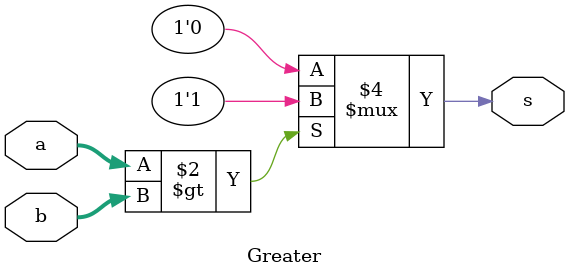
<source format=v>
`include "Three_State.v"

module Greater(a, b, s);
    input [7:0]a;
    input [7:0]b;
    output s;

    always @(a or b) begin  
        if (a > b)
            s = 1;
        else
            s = 0;
    end
    

endmodule
</source>
